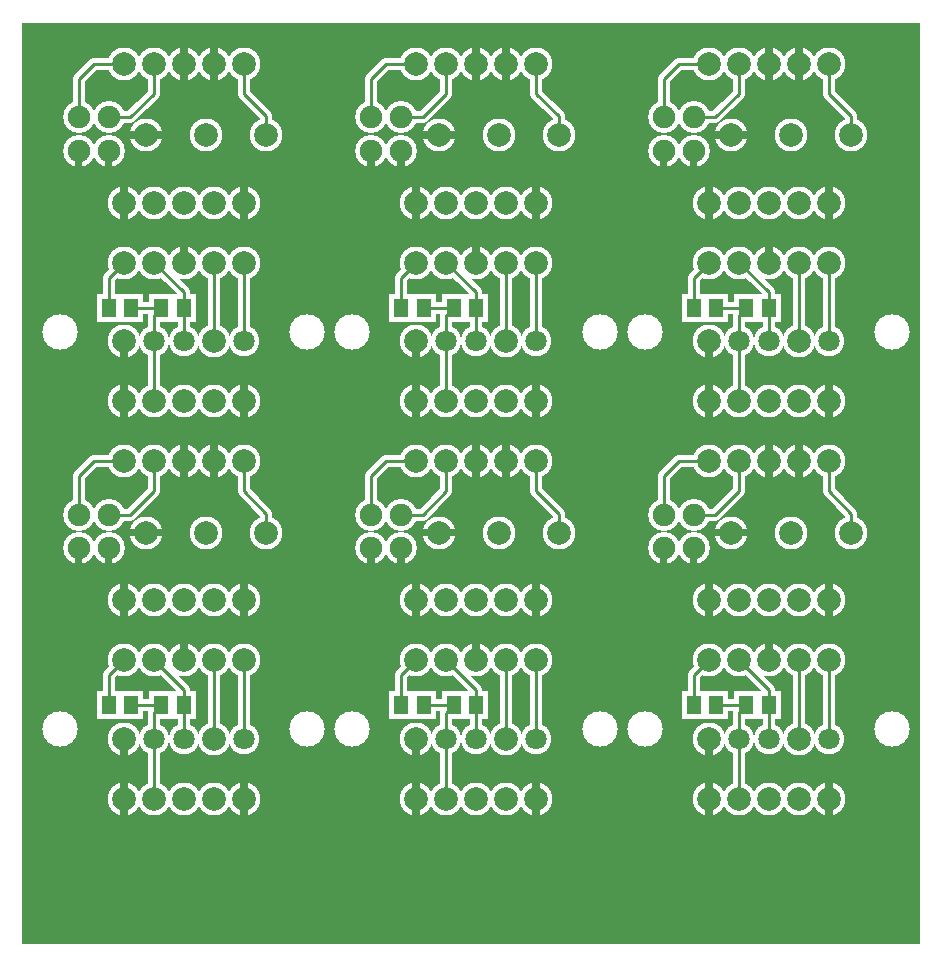
<source format=gbr>
%FSLAX34Y34*%
%MOMM*%
%LNCOPPER_BOTTOM*%
G71*
G01*
%ADD10C, 2.800*%
%ADD11C, 2.600*%
%ADD12C, 2.700*%
%ADD13C, 2.800*%
%ADD14R, 2.100X2.400*%
%ADD15C, 1.050*%
%ADD16C, 3.000*%
%ADD17C, 0.633*%
%ADD18C, 0.667*%
%ADD19C, 2.000*%
%ADD20C, 1.800*%
%ADD21C, 1.900*%
%ADD22C, 2.000*%
%ADD23R, 1.300X1.600*%
%ADD24C, 0.250*%
%LPD*%
G36*
X0Y-125D02*
X760000Y-125D01*
X760000Y-780125D01*
X0Y-780125D01*
X0Y-125D01*
G37*
%LPC*%
X85725Y-34925D02*
G54D10*
D03*
X111125Y-34925D02*
G54D10*
D03*
X136525Y-34925D02*
G54D10*
D03*
X161925Y-34925D02*
G54D10*
D03*
X187325Y-34925D02*
G54D10*
D03*
X85725Y-152400D02*
G54D10*
D03*
X111125Y-152400D02*
G54D10*
D03*
X136525Y-152400D02*
G54D10*
D03*
X161925Y-152400D02*
G54D10*
D03*
X187325Y-152400D02*
G54D10*
D03*
X85725Y-203200D02*
G54D10*
D03*
X111125Y-203200D02*
G54D10*
D03*
X136525Y-203200D02*
G54D10*
D03*
X161925Y-203200D02*
G54D10*
D03*
X187325Y-203200D02*
G54D10*
D03*
X85725Y-320675D02*
G54D10*
D03*
X111125Y-320675D02*
G54D10*
D03*
X136525Y-320675D02*
G54D10*
D03*
X161925Y-320675D02*
G54D10*
D03*
X187325Y-320675D02*
G54D10*
D03*
X85725Y-269875D02*
G54D11*
D03*
X111125Y-269875D02*
G54D11*
D03*
X136525Y-269875D02*
G54D11*
D03*
X161925Y-269875D02*
G54D11*
D03*
X187325Y-269875D02*
G54D11*
D03*
X47620Y-80030D02*
G54D12*
D03*
X73020Y-80030D02*
G54D12*
D03*
X73019Y-108605D02*
G54D12*
D03*
X47620Y-108605D02*
G54D12*
D03*
X104775Y-95250D02*
G54D13*
D03*
X155575Y-95250D02*
G54D13*
D03*
X206375Y-95250D02*
G54D13*
D03*
X73025Y-241300D02*
G54D14*
D03*
X92025Y-241300D02*
G54D14*
D03*
X117475Y-241300D02*
G54D14*
D03*
X136475Y-241300D02*
G54D14*
D03*
G54D15*
X206375Y-95250D02*
X206375Y-79375D01*
X187325Y-60325D01*
X187325Y-34925D01*
G54D15*
X47620Y-80030D02*
X47620Y-47630D01*
X60325Y-34925D01*
X85725Y-34925D01*
G54D15*
X73020Y-80030D02*
X91420Y-80030D01*
X111125Y-60325D01*
X111125Y-34925D01*
X136525Y-34925D02*
G54D10*
D03*
X85725Y-269875D02*
G54D13*
D03*
X136525Y-203200D02*
G54D13*
D03*
G54D15*
X187325Y-269875D02*
X187325Y-203200D01*
X161925Y-269875D02*
G54D13*
D03*
G54D15*
X161925Y-269875D02*
X161925Y-203200D01*
X161925Y-34925D02*
G54D10*
D03*
G54D15*
X117475Y-241300D02*
X92025Y-241300D01*
G54D15*
X111125Y-269875D02*
X111125Y-247650D01*
X117475Y-241300D01*
G54D15*
X73025Y-241300D02*
X73025Y-215900D01*
X85725Y-203200D01*
G54D15*
X136475Y-241300D02*
X136475Y-228550D01*
X111125Y-203200D01*
G54D15*
X136525Y-269875D02*
X136525Y-241350D01*
X136475Y-241300D01*
X31750Y-261938D02*
G54D16*
D03*
X241300Y-261938D02*
G54D16*
D03*
G54D15*
X111125Y-320675D02*
X111125Y-269875D01*
X85725Y-320675D02*
G54D10*
D03*
X187325Y-320675D02*
G54D10*
D03*
X187325Y-152400D02*
G54D10*
D03*
X85725Y-152400D02*
G54D10*
D03*
X333375Y-34925D02*
G54D10*
D03*
X358775Y-34925D02*
G54D10*
D03*
X384175Y-34925D02*
G54D10*
D03*
X409575Y-34925D02*
G54D10*
D03*
X434975Y-34925D02*
G54D10*
D03*
X333375Y-152400D02*
G54D10*
D03*
X358775Y-152400D02*
G54D10*
D03*
X384175Y-152400D02*
G54D10*
D03*
X409575Y-152400D02*
G54D10*
D03*
X434975Y-152400D02*
G54D10*
D03*
X333375Y-203200D02*
G54D10*
D03*
X358775Y-203200D02*
G54D10*
D03*
X384175Y-203200D02*
G54D10*
D03*
X409575Y-203200D02*
G54D10*
D03*
X434975Y-203200D02*
G54D10*
D03*
X333375Y-320675D02*
G54D10*
D03*
X358775Y-320675D02*
G54D10*
D03*
X384175Y-320675D02*
G54D10*
D03*
X409575Y-320675D02*
G54D10*
D03*
X434975Y-320675D02*
G54D10*
D03*
X333375Y-269875D02*
G54D11*
D03*
X358775Y-269875D02*
G54D11*
D03*
X384175Y-269875D02*
G54D11*
D03*
X409575Y-269875D02*
G54D11*
D03*
X434975Y-269875D02*
G54D11*
D03*
X295270Y-80030D02*
G54D12*
D03*
X320670Y-80030D02*
G54D12*
D03*
X320669Y-108605D02*
G54D12*
D03*
X295270Y-108605D02*
G54D12*
D03*
X352425Y-95250D02*
G54D13*
D03*
X403225Y-95250D02*
G54D13*
D03*
X454025Y-95250D02*
G54D13*
D03*
X320675Y-241300D02*
G54D14*
D03*
X339675Y-241300D02*
G54D14*
D03*
X365125Y-241300D02*
G54D14*
D03*
X384125Y-241300D02*
G54D14*
D03*
G54D15*
X454025Y-95250D02*
X454025Y-79375D01*
X434975Y-60325D01*
X434975Y-34925D01*
G54D15*
X295270Y-80030D02*
X295270Y-47630D01*
X307975Y-34925D01*
X333375Y-34925D01*
G54D15*
X320670Y-80030D02*
X339070Y-80030D01*
X358775Y-60325D01*
X358775Y-34925D01*
X384175Y-34925D02*
G54D10*
D03*
X333375Y-269875D02*
G54D13*
D03*
X384175Y-203200D02*
G54D13*
D03*
G54D15*
X434975Y-269875D02*
X434975Y-203200D01*
X409575Y-269875D02*
G54D13*
D03*
G54D15*
X409575Y-269875D02*
X409575Y-203200D01*
X409575Y-34925D02*
G54D10*
D03*
G54D15*
X365125Y-241300D02*
X339675Y-241300D01*
G54D15*
X358775Y-269875D02*
X358775Y-247650D01*
X365125Y-241300D01*
G54D15*
X320675Y-241300D02*
X320675Y-215900D01*
X333375Y-203200D01*
G54D15*
X384125Y-241300D02*
X384125Y-228550D01*
X358775Y-203200D01*
G54D15*
X384175Y-269875D02*
X384175Y-241350D01*
X384125Y-241300D01*
X279400Y-261938D02*
G54D16*
D03*
X488950Y-261938D02*
G54D16*
D03*
G54D15*
X358775Y-320675D02*
X358775Y-269875D01*
X333375Y-320675D02*
G54D10*
D03*
X434975Y-320675D02*
G54D10*
D03*
X434975Y-152400D02*
G54D10*
D03*
X333375Y-152400D02*
G54D10*
D03*
X581025Y-34925D02*
G54D10*
D03*
X606425Y-34925D02*
G54D10*
D03*
X631825Y-34925D02*
G54D10*
D03*
X657225Y-34925D02*
G54D10*
D03*
X682625Y-34925D02*
G54D10*
D03*
X581025Y-152400D02*
G54D10*
D03*
X606425Y-152400D02*
G54D10*
D03*
X631825Y-152400D02*
G54D10*
D03*
X657225Y-152400D02*
G54D10*
D03*
X682625Y-152400D02*
G54D10*
D03*
X581025Y-203200D02*
G54D10*
D03*
X606425Y-203200D02*
G54D10*
D03*
X631825Y-203200D02*
G54D10*
D03*
X657225Y-203200D02*
G54D10*
D03*
X682625Y-203200D02*
G54D10*
D03*
X581025Y-320675D02*
G54D10*
D03*
X606425Y-320675D02*
G54D10*
D03*
X631825Y-320675D02*
G54D10*
D03*
X657225Y-320675D02*
G54D10*
D03*
X682625Y-320675D02*
G54D10*
D03*
X581025Y-269875D02*
G54D11*
D03*
X606425Y-269875D02*
G54D11*
D03*
X631825Y-269875D02*
G54D11*
D03*
X657225Y-269875D02*
G54D11*
D03*
X682625Y-269875D02*
G54D11*
D03*
X542920Y-80030D02*
G54D12*
D03*
X568320Y-80030D02*
G54D12*
D03*
X568319Y-108605D02*
G54D12*
D03*
X542920Y-108605D02*
G54D12*
D03*
X600075Y-95250D02*
G54D13*
D03*
X650875Y-95250D02*
G54D13*
D03*
X701675Y-95250D02*
G54D13*
D03*
X568325Y-241300D02*
G54D14*
D03*
X587325Y-241300D02*
G54D14*
D03*
X612775Y-241300D02*
G54D14*
D03*
X631775Y-241300D02*
G54D14*
D03*
G54D15*
X701675Y-95250D02*
X701675Y-79375D01*
X682625Y-60325D01*
X682625Y-34925D01*
G54D15*
X542920Y-80030D02*
X542920Y-47630D01*
X555625Y-34925D01*
X581025Y-34925D01*
G54D15*
X568320Y-80030D02*
X586720Y-80030D01*
X606425Y-60325D01*
X606425Y-34925D01*
X631825Y-34925D02*
G54D10*
D03*
X581025Y-269875D02*
G54D13*
D03*
X631825Y-203200D02*
G54D13*
D03*
G54D15*
X682625Y-269875D02*
X682625Y-203200D01*
X657225Y-269875D02*
G54D13*
D03*
G54D15*
X657225Y-269875D02*
X657225Y-203200D01*
X657225Y-34925D02*
G54D10*
D03*
G54D15*
X612775Y-241300D02*
X587325Y-241300D01*
G54D15*
X606425Y-269875D02*
X606425Y-247650D01*
X612775Y-241300D01*
G54D15*
X568325Y-241300D02*
X568325Y-215900D01*
X581025Y-203200D01*
G54D15*
X631775Y-241300D02*
X631775Y-228550D01*
X606425Y-203200D01*
G54D15*
X631825Y-269875D02*
X631825Y-241350D01*
X631775Y-241300D01*
X527050Y-261938D02*
G54D16*
D03*
X736600Y-261938D02*
G54D16*
D03*
G54D15*
X606425Y-320675D02*
X606425Y-269875D01*
X581025Y-320675D02*
G54D10*
D03*
X682625Y-320675D02*
G54D10*
D03*
X682625Y-152400D02*
G54D10*
D03*
X581025Y-152400D02*
G54D10*
D03*
X85725Y-371475D02*
G54D10*
D03*
X111125Y-371475D02*
G54D10*
D03*
X136525Y-371475D02*
G54D10*
D03*
X161925Y-371475D02*
G54D10*
D03*
X187325Y-371475D02*
G54D10*
D03*
X85725Y-488950D02*
G54D10*
D03*
X111125Y-488950D02*
G54D10*
D03*
X136525Y-488950D02*
G54D10*
D03*
X161925Y-488950D02*
G54D10*
D03*
X187325Y-488950D02*
G54D10*
D03*
X85725Y-539750D02*
G54D10*
D03*
X111125Y-539750D02*
G54D10*
D03*
X136525Y-539750D02*
G54D10*
D03*
X161925Y-539750D02*
G54D10*
D03*
X187325Y-539750D02*
G54D10*
D03*
X85725Y-657225D02*
G54D10*
D03*
X111125Y-657225D02*
G54D10*
D03*
X136525Y-657225D02*
G54D10*
D03*
X161925Y-657225D02*
G54D10*
D03*
X187325Y-657225D02*
G54D10*
D03*
X85725Y-606425D02*
G54D11*
D03*
X111125Y-606425D02*
G54D11*
D03*
X136525Y-606425D02*
G54D11*
D03*
X161925Y-606425D02*
G54D11*
D03*
X187325Y-606425D02*
G54D11*
D03*
X47620Y-416580D02*
G54D12*
D03*
X73020Y-416580D02*
G54D12*
D03*
X73019Y-445155D02*
G54D12*
D03*
X47620Y-445155D02*
G54D12*
D03*
X104775Y-431800D02*
G54D13*
D03*
X155575Y-431800D02*
G54D13*
D03*
X206375Y-431800D02*
G54D13*
D03*
X73025Y-577850D02*
G54D14*
D03*
X92025Y-577850D02*
G54D14*
D03*
X117475Y-577850D02*
G54D14*
D03*
X136475Y-577850D02*
G54D14*
D03*
G54D15*
X206375Y-431800D02*
X206375Y-415925D01*
X187325Y-396875D01*
X187325Y-371475D01*
G54D15*
X47620Y-416580D02*
X47620Y-384180D01*
X60325Y-371475D01*
X85725Y-371475D01*
G54D15*
X73020Y-416580D02*
X91420Y-416580D01*
X111125Y-396875D01*
X111125Y-371475D01*
X136525Y-371475D02*
G54D10*
D03*
X85725Y-606425D02*
G54D13*
D03*
X136525Y-539750D02*
G54D13*
D03*
G54D15*
X187325Y-606425D02*
X187325Y-539750D01*
X161925Y-606425D02*
G54D13*
D03*
G54D15*
X161925Y-606425D02*
X161925Y-539750D01*
X161925Y-371475D02*
G54D10*
D03*
G54D15*
X117475Y-577850D02*
X92025Y-577850D01*
G54D15*
X111125Y-606425D02*
X111125Y-584200D01*
X117475Y-577850D01*
G54D15*
X73025Y-577850D02*
X73025Y-552450D01*
X85725Y-539750D01*
G54D15*
X136475Y-577850D02*
X136475Y-565100D01*
X111125Y-539750D01*
G54D15*
X136525Y-606425D02*
X136525Y-577900D01*
X136475Y-577850D01*
X31750Y-598488D02*
G54D16*
D03*
X241300Y-598488D02*
G54D16*
D03*
G54D15*
X111125Y-657225D02*
X111125Y-606425D01*
X85725Y-657225D02*
G54D10*
D03*
X187325Y-657225D02*
G54D10*
D03*
X187325Y-488950D02*
G54D10*
D03*
X85725Y-488950D02*
G54D10*
D03*
X333375Y-371475D02*
G54D10*
D03*
X358775Y-371475D02*
G54D10*
D03*
X384175Y-371475D02*
G54D10*
D03*
X409575Y-371475D02*
G54D10*
D03*
X434975Y-371475D02*
G54D10*
D03*
X333375Y-488950D02*
G54D10*
D03*
X358775Y-488950D02*
G54D10*
D03*
X384175Y-488950D02*
G54D10*
D03*
X409575Y-488950D02*
G54D10*
D03*
X434975Y-488950D02*
G54D10*
D03*
X333375Y-539750D02*
G54D10*
D03*
X358775Y-539750D02*
G54D10*
D03*
X384175Y-539750D02*
G54D10*
D03*
X409575Y-539750D02*
G54D10*
D03*
X434975Y-539750D02*
G54D10*
D03*
X333375Y-657225D02*
G54D10*
D03*
X358775Y-657225D02*
G54D10*
D03*
X384175Y-657225D02*
G54D10*
D03*
X409575Y-657225D02*
G54D10*
D03*
X434975Y-657225D02*
G54D10*
D03*
X333375Y-606425D02*
G54D11*
D03*
X358775Y-606425D02*
G54D11*
D03*
X384175Y-606425D02*
G54D11*
D03*
X409575Y-606425D02*
G54D11*
D03*
X434975Y-606425D02*
G54D11*
D03*
X295270Y-416580D02*
G54D12*
D03*
X320670Y-416580D02*
G54D12*
D03*
X320669Y-445155D02*
G54D12*
D03*
X295270Y-445155D02*
G54D12*
D03*
X352425Y-431800D02*
G54D13*
D03*
X403225Y-431800D02*
G54D13*
D03*
X454025Y-431800D02*
G54D13*
D03*
X320675Y-577850D02*
G54D14*
D03*
X339675Y-577850D02*
G54D14*
D03*
X365125Y-577850D02*
G54D14*
D03*
X384125Y-577850D02*
G54D14*
D03*
G54D15*
X454025Y-431800D02*
X454025Y-415925D01*
X434975Y-396875D01*
X434975Y-371475D01*
G54D15*
X295270Y-416580D02*
X295270Y-384180D01*
X307975Y-371475D01*
X333375Y-371475D01*
G54D15*
X320670Y-416580D02*
X339070Y-416580D01*
X358775Y-396875D01*
X358775Y-371475D01*
X384175Y-371475D02*
G54D10*
D03*
X333375Y-606425D02*
G54D13*
D03*
X384175Y-539750D02*
G54D13*
D03*
G54D15*
X434975Y-606425D02*
X434975Y-539750D01*
X409575Y-606425D02*
G54D13*
D03*
G54D15*
X409575Y-606425D02*
X409575Y-539750D01*
X409575Y-371475D02*
G54D10*
D03*
G54D15*
X365125Y-577850D02*
X339675Y-577850D01*
G54D15*
X358775Y-606425D02*
X358775Y-584200D01*
X365125Y-577850D01*
G54D15*
X320675Y-577850D02*
X320675Y-552450D01*
X333375Y-539750D01*
G54D15*
X384125Y-577850D02*
X384125Y-565100D01*
X358775Y-539750D01*
G54D15*
X384175Y-606425D02*
X384175Y-577900D01*
X384125Y-577850D01*
X279400Y-598488D02*
G54D16*
D03*
X488950Y-598488D02*
G54D16*
D03*
G54D15*
X358775Y-657225D02*
X358775Y-606425D01*
X333375Y-657225D02*
G54D10*
D03*
X434975Y-657225D02*
G54D10*
D03*
X434975Y-488950D02*
G54D10*
D03*
X333375Y-488950D02*
G54D10*
D03*
X581025Y-371475D02*
G54D10*
D03*
X606425Y-371475D02*
G54D10*
D03*
X631825Y-371475D02*
G54D10*
D03*
X657225Y-371475D02*
G54D10*
D03*
X682625Y-371475D02*
G54D10*
D03*
X581025Y-488950D02*
G54D10*
D03*
X606425Y-488950D02*
G54D10*
D03*
X631825Y-488950D02*
G54D10*
D03*
X657225Y-488950D02*
G54D10*
D03*
X682625Y-488950D02*
G54D10*
D03*
X581025Y-539750D02*
G54D10*
D03*
X606425Y-539750D02*
G54D10*
D03*
X631825Y-539750D02*
G54D10*
D03*
X657225Y-539750D02*
G54D10*
D03*
X682625Y-539750D02*
G54D10*
D03*
X581025Y-657225D02*
G54D10*
D03*
X606425Y-657225D02*
G54D10*
D03*
X631825Y-657225D02*
G54D10*
D03*
X657225Y-657225D02*
G54D10*
D03*
X682625Y-657225D02*
G54D10*
D03*
X581025Y-606425D02*
G54D11*
D03*
X606425Y-606425D02*
G54D11*
D03*
X631825Y-606425D02*
G54D11*
D03*
X657225Y-606425D02*
G54D11*
D03*
X682625Y-606425D02*
G54D11*
D03*
X542920Y-416580D02*
G54D12*
D03*
X568320Y-416580D02*
G54D12*
D03*
X568319Y-445155D02*
G54D12*
D03*
X542920Y-445155D02*
G54D12*
D03*
X600075Y-431800D02*
G54D13*
D03*
X650875Y-431800D02*
G54D13*
D03*
X701675Y-431800D02*
G54D13*
D03*
X568325Y-577850D02*
G54D14*
D03*
X587325Y-577850D02*
G54D14*
D03*
X612775Y-577850D02*
G54D14*
D03*
X631775Y-577850D02*
G54D14*
D03*
G54D15*
X701675Y-431800D02*
X701675Y-415925D01*
X682625Y-396875D01*
X682625Y-371475D01*
G54D15*
X542920Y-416580D02*
X542920Y-384180D01*
X555625Y-371475D01*
X581025Y-371475D01*
G54D15*
X568320Y-416580D02*
X586720Y-416580D01*
X606425Y-396875D01*
X606425Y-371475D01*
X631825Y-371475D02*
G54D10*
D03*
X581025Y-606425D02*
G54D13*
D03*
X631825Y-539750D02*
G54D13*
D03*
G54D15*
X682625Y-606425D02*
X682625Y-539750D01*
X657225Y-606425D02*
G54D13*
D03*
G54D15*
X657225Y-606425D02*
X657225Y-539750D01*
X657225Y-371475D02*
G54D10*
D03*
G54D15*
X612775Y-577850D02*
X587325Y-577850D01*
G54D15*
X606425Y-606425D02*
X606425Y-584200D01*
X612775Y-577850D01*
G54D15*
X568325Y-577850D02*
X568325Y-552450D01*
X581025Y-539750D01*
G54D15*
X631775Y-577850D02*
X631775Y-565100D01*
X606425Y-539750D01*
G54D15*
X631825Y-606425D02*
X631825Y-577900D01*
X631775Y-577850D01*
X527050Y-598488D02*
G54D16*
D03*
X736600Y-598488D02*
G54D16*
D03*
G54D15*
X606425Y-657225D02*
X606425Y-606425D01*
X581025Y-657225D02*
G54D10*
D03*
X682625Y-657225D02*
G54D10*
D03*
X682625Y-488950D02*
G54D10*
D03*
X581025Y-488950D02*
G54D10*
D03*
%LPD*%
G54D17*
G36*
X76186Y-108605D02*
X76186Y-122605D01*
X69852Y-122605D01*
X69852Y-108605D01*
X76186Y-108605D01*
G37*
G54D17*
G36*
X50787Y-108605D02*
X50787Y-122605D01*
X44453Y-122605D01*
X44453Y-108605D01*
X50787Y-108605D01*
G37*
G54D18*
G36*
X104775Y-91917D02*
X119275Y-91917D01*
X119275Y-98583D01*
X104775Y-98583D01*
X104775Y-91917D01*
G37*
G36*
X104775Y-98583D02*
X90275Y-98583D01*
X90275Y-91917D01*
X104775Y-91917D01*
X104775Y-98583D01*
G37*
G54D18*
G36*
X133192Y-34925D02*
X133192Y-20425D01*
X139858Y-20425D01*
X139858Y-34925D01*
X133192Y-34925D01*
G37*
G36*
X139858Y-34925D02*
X139858Y-49425D01*
X133192Y-49425D01*
X133192Y-34925D01*
X139858Y-34925D01*
G37*
G54D18*
G36*
X89058Y-269875D02*
X89058Y-284375D01*
X82392Y-284375D01*
X82392Y-269875D01*
X89058Y-269875D01*
G37*
G54D18*
G36*
X133192Y-203200D02*
X133192Y-188700D01*
X139858Y-188700D01*
X139858Y-203200D01*
X133192Y-203200D01*
G37*
G54D18*
G36*
X158592Y-34925D02*
X158592Y-20425D01*
X165258Y-20425D01*
X165258Y-34925D01*
X158592Y-34925D01*
G37*
G36*
X165258Y-34925D02*
X165258Y-49425D01*
X158592Y-49425D01*
X158592Y-34925D01*
X165258Y-34925D01*
G37*
G54D18*
G36*
X82392Y-320675D02*
X82392Y-306175D01*
X89058Y-306175D01*
X89058Y-320675D01*
X82392Y-320675D01*
G37*
G36*
X89058Y-320675D02*
X89058Y-335175D01*
X82392Y-335175D01*
X82392Y-320675D01*
X89058Y-320675D01*
G37*
G54D18*
G36*
X183992Y-320675D02*
X183992Y-306175D01*
X190658Y-306175D01*
X190658Y-320675D01*
X183992Y-320675D01*
G37*
G36*
X190658Y-320675D02*
X190658Y-335175D01*
X183992Y-335175D01*
X183992Y-320675D01*
X190658Y-320675D01*
G37*
G54D18*
G36*
X183992Y-152400D02*
X183992Y-137900D01*
X190658Y-137900D01*
X190658Y-152400D01*
X183992Y-152400D01*
G37*
G36*
X190658Y-152400D02*
X190658Y-166900D01*
X183992Y-166900D01*
X183992Y-152400D01*
X190658Y-152400D01*
G37*
G54D18*
G36*
X82392Y-152400D02*
X82392Y-137900D01*
X89058Y-137900D01*
X89058Y-152400D01*
X82392Y-152400D01*
G37*
G36*
X89058Y-152400D02*
X89058Y-166900D01*
X82392Y-166900D01*
X82392Y-152400D01*
X89058Y-152400D01*
G37*
G54D17*
G36*
X323836Y-108605D02*
X323836Y-122605D01*
X317502Y-122605D01*
X317502Y-108605D01*
X323836Y-108605D01*
G37*
G54D17*
G36*
X298437Y-108605D02*
X298437Y-122605D01*
X292103Y-122605D01*
X292103Y-108605D01*
X298437Y-108605D01*
G37*
G54D18*
G36*
X352425Y-91917D02*
X366925Y-91917D01*
X366925Y-98583D01*
X352425Y-98583D01*
X352425Y-91917D01*
G37*
G36*
X352425Y-98583D02*
X337925Y-98583D01*
X337925Y-91917D01*
X352425Y-91917D01*
X352425Y-98583D01*
G37*
G54D18*
G36*
X380842Y-34925D02*
X380842Y-20425D01*
X387508Y-20425D01*
X387508Y-34925D01*
X380842Y-34925D01*
G37*
G36*
X387508Y-34925D02*
X387508Y-49425D01*
X380842Y-49425D01*
X380842Y-34925D01*
X387508Y-34925D01*
G37*
G54D18*
G36*
X336708Y-269875D02*
X336708Y-284375D01*
X330042Y-284375D01*
X330042Y-269875D01*
X336708Y-269875D01*
G37*
G54D18*
G36*
X380842Y-203200D02*
X380842Y-188700D01*
X387508Y-188700D01*
X387508Y-203200D01*
X380842Y-203200D01*
G37*
G54D18*
G36*
X406242Y-34925D02*
X406242Y-20425D01*
X412908Y-20425D01*
X412908Y-34925D01*
X406242Y-34925D01*
G37*
G36*
X412908Y-34925D02*
X412908Y-49425D01*
X406242Y-49425D01*
X406242Y-34925D01*
X412908Y-34925D01*
G37*
G54D18*
G36*
X330042Y-320675D02*
X330042Y-306175D01*
X336708Y-306175D01*
X336708Y-320675D01*
X330042Y-320675D01*
G37*
G36*
X336708Y-320675D02*
X336708Y-335175D01*
X330042Y-335175D01*
X330042Y-320675D01*
X336708Y-320675D01*
G37*
G54D18*
G36*
X431642Y-320675D02*
X431642Y-306175D01*
X438308Y-306175D01*
X438308Y-320675D01*
X431642Y-320675D01*
G37*
G36*
X438308Y-320675D02*
X438308Y-335175D01*
X431642Y-335175D01*
X431642Y-320675D01*
X438308Y-320675D01*
G37*
G54D18*
G36*
X431642Y-152400D02*
X431642Y-137900D01*
X438308Y-137900D01*
X438308Y-152400D01*
X431642Y-152400D01*
G37*
G36*
X438308Y-152400D02*
X438308Y-166900D01*
X431642Y-166900D01*
X431642Y-152400D01*
X438308Y-152400D01*
G37*
G54D18*
G36*
X330042Y-152400D02*
X330042Y-137900D01*
X336708Y-137900D01*
X336708Y-152400D01*
X330042Y-152400D01*
G37*
G36*
X336708Y-152400D02*
X336708Y-166900D01*
X330042Y-166900D01*
X330042Y-152400D01*
X336708Y-152400D01*
G37*
G54D17*
G36*
X571486Y-108605D02*
X571486Y-122605D01*
X565152Y-122605D01*
X565152Y-108605D01*
X571486Y-108605D01*
G37*
G54D17*
G36*
X546087Y-108605D02*
X546087Y-122605D01*
X539753Y-122605D01*
X539753Y-108605D01*
X546087Y-108605D01*
G37*
G54D18*
G36*
X600075Y-91917D02*
X614575Y-91917D01*
X614575Y-98583D01*
X600075Y-98583D01*
X600075Y-91917D01*
G37*
G36*
X600075Y-98583D02*
X585575Y-98583D01*
X585575Y-91917D01*
X600075Y-91917D01*
X600075Y-98583D01*
G37*
G54D18*
G36*
X628492Y-34925D02*
X628492Y-20425D01*
X635158Y-20425D01*
X635158Y-34925D01*
X628492Y-34925D01*
G37*
G36*
X635158Y-34925D02*
X635158Y-49425D01*
X628492Y-49425D01*
X628492Y-34925D01*
X635158Y-34925D01*
G37*
G54D18*
G36*
X584358Y-269875D02*
X584358Y-284375D01*
X577692Y-284375D01*
X577692Y-269875D01*
X584358Y-269875D01*
G37*
G54D18*
G36*
X628492Y-203200D02*
X628492Y-188700D01*
X635158Y-188700D01*
X635158Y-203200D01*
X628492Y-203200D01*
G37*
G54D18*
G36*
X653892Y-34925D02*
X653892Y-20425D01*
X660558Y-20425D01*
X660558Y-34925D01*
X653892Y-34925D01*
G37*
G36*
X660558Y-34925D02*
X660558Y-49425D01*
X653892Y-49425D01*
X653892Y-34925D01*
X660558Y-34925D01*
G37*
G54D18*
G36*
X577692Y-320675D02*
X577692Y-306175D01*
X584358Y-306175D01*
X584358Y-320675D01*
X577692Y-320675D01*
G37*
G36*
X584358Y-320675D02*
X584358Y-335175D01*
X577692Y-335175D01*
X577692Y-320675D01*
X584358Y-320675D01*
G37*
G54D18*
G36*
X679292Y-320675D02*
X679292Y-306175D01*
X685958Y-306175D01*
X685958Y-320675D01*
X679292Y-320675D01*
G37*
G36*
X685958Y-320675D02*
X685958Y-335175D01*
X679292Y-335175D01*
X679292Y-320675D01*
X685958Y-320675D01*
G37*
G54D18*
G36*
X679292Y-152400D02*
X679292Y-137900D01*
X685958Y-137900D01*
X685958Y-152400D01*
X679292Y-152400D01*
G37*
G36*
X685958Y-152400D02*
X685958Y-166900D01*
X679292Y-166900D01*
X679292Y-152400D01*
X685958Y-152400D01*
G37*
G54D18*
G36*
X577692Y-152400D02*
X577692Y-137900D01*
X584358Y-137900D01*
X584358Y-152400D01*
X577692Y-152400D01*
G37*
G36*
X584358Y-152400D02*
X584358Y-166900D01*
X577692Y-166900D01*
X577692Y-152400D01*
X584358Y-152400D01*
G37*
G54D17*
G36*
X76186Y-445155D02*
X76186Y-459155D01*
X69852Y-459155D01*
X69852Y-445155D01*
X76186Y-445155D01*
G37*
G54D17*
G36*
X50787Y-445155D02*
X50787Y-459155D01*
X44453Y-459155D01*
X44453Y-445155D01*
X50787Y-445155D01*
G37*
G54D18*
G36*
X104775Y-428467D02*
X119275Y-428467D01*
X119275Y-435133D01*
X104775Y-435133D01*
X104775Y-428467D01*
G37*
G36*
X104775Y-435133D02*
X90275Y-435133D01*
X90275Y-428467D01*
X104775Y-428467D01*
X104775Y-435133D01*
G37*
G54D18*
G36*
X133192Y-371475D02*
X133192Y-356975D01*
X139858Y-356975D01*
X139858Y-371475D01*
X133192Y-371475D01*
G37*
G36*
X139858Y-371475D02*
X139858Y-385975D01*
X133192Y-385975D01*
X133192Y-371475D01*
X139858Y-371475D01*
G37*
G54D18*
G36*
X89058Y-606425D02*
X89058Y-620925D01*
X82392Y-620925D01*
X82392Y-606425D01*
X89058Y-606425D01*
G37*
G54D18*
G36*
X133192Y-539750D02*
X133192Y-525250D01*
X139858Y-525250D01*
X139858Y-539750D01*
X133192Y-539750D01*
G37*
G54D18*
G36*
X158592Y-371475D02*
X158592Y-356975D01*
X165258Y-356975D01*
X165258Y-371475D01*
X158592Y-371475D01*
G37*
G36*
X165258Y-371475D02*
X165258Y-385975D01*
X158592Y-385975D01*
X158592Y-371475D01*
X165258Y-371475D01*
G37*
G54D18*
G36*
X82392Y-657225D02*
X82392Y-642725D01*
X89058Y-642725D01*
X89058Y-657225D01*
X82392Y-657225D01*
G37*
G36*
X89058Y-657225D02*
X89058Y-671725D01*
X82392Y-671725D01*
X82392Y-657225D01*
X89058Y-657225D01*
G37*
G54D18*
G36*
X183992Y-657225D02*
X183992Y-642725D01*
X190658Y-642725D01*
X190658Y-657225D01*
X183992Y-657225D01*
G37*
G36*
X190658Y-657225D02*
X190658Y-671725D01*
X183992Y-671725D01*
X183992Y-657225D01*
X190658Y-657225D01*
G37*
G54D18*
G36*
X183992Y-488950D02*
X183992Y-474450D01*
X190658Y-474450D01*
X190658Y-488950D01*
X183992Y-488950D01*
G37*
G36*
X190658Y-488950D02*
X190658Y-503450D01*
X183992Y-503450D01*
X183992Y-488950D01*
X190658Y-488950D01*
G37*
G54D18*
G36*
X82392Y-488950D02*
X82392Y-474450D01*
X89058Y-474450D01*
X89058Y-488950D01*
X82392Y-488950D01*
G37*
G36*
X89058Y-488950D02*
X89058Y-503450D01*
X82392Y-503450D01*
X82392Y-488950D01*
X89058Y-488950D01*
G37*
G54D17*
G36*
X323836Y-445155D02*
X323836Y-459155D01*
X317502Y-459155D01*
X317502Y-445155D01*
X323836Y-445155D01*
G37*
G54D17*
G36*
X298437Y-445155D02*
X298437Y-459155D01*
X292103Y-459155D01*
X292103Y-445155D01*
X298437Y-445155D01*
G37*
G54D18*
G36*
X352425Y-428467D02*
X366925Y-428467D01*
X366925Y-435133D01*
X352425Y-435133D01*
X352425Y-428467D01*
G37*
G36*
X352425Y-435133D02*
X337925Y-435133D01*
X337925Y-428467D01*
X352425Y-428467D01*
X352425Y-435133D01*
G37*
G54D18*
G36*
X380842Y-371475D02*
X380842Y-356975D01*
X387508Y-356975D01*
X387508Y-371475D01*
X380842Y-371475D01*
G37*
G36*
X387508Y-371475D02*
X387508Y-385975D01*
X380842Y-385975D01*
X380842Y-371475D01*
X387508Y-371475D01*
G37*
G54D18*
G36*
X336708Y-606425D02*
X336708Y-620925D01*
X330042Y-620925D01*
X330042Y-606425D01*
X336708Y-606425D01*
G37*
G54D18*
G36*
X380842Y-539750D02*
X380842Y-525250D01*
X387508Y-525250D01*
X387508Y-539750D01*
X380842Y-539750D01*
G37*
G54D18*
G36*
X406242Y-371475D02*
X406242Y-356975D01*
X412908Y-356975D01*
X412908Y-371475D01*
X406242Y-371475D01*
G37*
G36*
X412908Y-371475D02*
X412908Y-385975D01*
X406242Y-385975D01*
X406242Y-371475D01*
X412908Y-371475D01*
G37*
G54D18*
G36*
X330042Y-657225D02*
X330042Y-642725D01*
X336708Y-642725D01*
X336708Y-657225D01*
X330042Y-657225D01*
G37*
G36*
X336708Y-657225D02*
X336708Y-671725D01*
X330042Y-671725D01*
X330042Y-657225D01*
X336708Y-657225D01*
G37*
G54D18*
G36*
X431642Y-657225D02*
X431642Y-642725D01*
X438308Y-642725D01*
X438308Y-657225D01*
X431642Y-657225D01*
G37*
G36*
X438308Y-657225D02*
X438308Y-671725D01*
X431642Y-671725D01*
X431642Y-657225D01*
X438308Y-657225D01*
G37*
G54D18*
G36*
X431642Y-488950D02*
X431642Y-474450D01*
X438308Y-474450D01*
X438308Y-488950D01*
X431642Y-488950D01*
G37*
G36*
X438308Y-488950D02*
X438308Y-503450D01*
X431642Y-503450D01*
X431642Y-488950D01*
X438308Y-488950D01*
G37*
G54D18*
G36*
X330042Y-488950D02*
X330042Y-474450D01*
X336708Y-474450D01*
X336708Y-488950D01*
X330042Y-488950D01*
G37*
G36*
X336708Y-488950D02*
X336708Y-503450D01*
X330042Y-503450D01*
X330042Y-488950D01*
X336708Y-488950D01*
G37*
G54D17*
G36*
X571486Y-445155D02*
X571486Y-459155D01*
X565152Y-459155D01*
X565152Y-445155D01*
X571486Y-445155D01*
G37*
G54D17*
G36*
X546087Y-445155D02*
X546087Y-459155D01*
X539753Y-459155D01*
X539753Y-445155D01*
X546087Y-445155D01*
G37*
G54D18*
G36*
X600075Y-428467D02*
X614575Y-428467D01*
X614575Y-435133D01*
X600075Y-435133D01*
X600075Y-428467D01*
G37*
G36*
X600075Y-435133D02*
X585575Y-435133D01*
X585575Y-428467D01*
X600075Y-428467D01*
X600075Y-435133D01*
G37*
G54D18*
G36*
X628492Y-371475D02*
X628492Y-356975D01*
X635158Y-356975D01*
X635158Y-371475D01*
X628492Y-371475D01*
G37*
G36*
X635158Y-371475D02*
X635158Y-385975D01*
X628492Y-385975D01*
X628492Y-371475D01*
X635158Y-371475D01*
G37*
G54D18*
G36*
X584358Y-606425D02*
X584358Y-620925D01*
X577692Y-620925D01*
X577692Y-606425D01*
X584358Y-606425D01*
G37*
G54D18*
G36*
X628492Y-539750D02*
X628492Y-525250D01*
X635158Y-525250D01*
X635158Y-539750D01*
X628492Y-539750D01*
G37*
G54D18*
G36*
X653892Y-371475D02*
X653892Y-356975D01*
X660558Y-356975D01*
X660558Y-371475D01*
X653892Y-371475D01*
G37*
G36*
X660558Y-371475D02*
X660558Y-385975D01*
X653892Y-385975D01*
X653892Y-371475D01*
X660558Y-371475D01*
G37*
G54D18*
G36*
X577692Y-657225D02*
X577692Y-642725D01*
X584358Y-642725D01*
X584358Y-657225D01*
X577692Y-657225D01*
G37*
G36*
X584358Y-657225D02*
X584358Y-671725D01*
X577692Y-671725D01*
X577692Y-657225D01*
X584358Y-657225D01*
G37*
G54D18*
G36*
X679292Y-657225D02*
X679292Y-642725D01*
X685958Y-642725D01*
X685958Y-657225D01*
X679292Y-657225D01*
G37*
G36*
X685958Y-657225D02*
X685958Y-671725D01*
X679292Y-671725D01*
X679292Y-657225D01*
X685958Y-657225D01*
G37*
G54D18*
G36*
X679292Y-488950D02*
X679292Y-474450D01*
X685958Y-474450D01*
X685958Y-488950D01*
X679292Y-488950D01*
G37*
G36*
X685958Y-488950D02*
X685958Y-503450D01*
X679292Y-503450D01*
X679292Y-488950D01*
X685958Y-488950D01*
G37*
G54D18*
G36*
X577692Y-488950D02*
X577692Y-474450D01*
X584358Y-474450D01*
X584358Y-488950D01*
X577692Y-488950D01*
G37*
G36*
X584358Y-488950D02*
X584358Y-503450D01*
X577692Y-503450D01*
X577692Y-488950D01*
X584358Y-488950D01*
G37*
X85725Y-34925D02*
G54D19*
D03*
X111125Y-34925D02*
G54D19*
D03*
X136525Y-34925D02*
G54D19*
D03*
X161925Y-34925D02*
G54D19*
D03*
X187325Y-34925D02*
G54D19*
D03*
X85725Y-152400D02*
G54D19*
D03*
X111125Y-152400D02*
G54D19*
D03*
X136525Y-152400D02*
G54D19*
D03*
X161925Y-152400D02*
G54D19*
D03*
X187325Y-152400D02*
G54D19*
D03*
X85725Y-203200D02*
G54D19*
D03*
X111125Y-203200D02*
G54D19*
D03*
X136525Y-203200D02*
G54D19*
D03*
X161925Y-203200D02*
G54D19*
D03*
X187325Y-203200D02*
G54D19*
D03*
X85725Y-320675D02*
G54D19*
D03*
X111125Y-320675D02*
G54D19*
D03*
X136525Y-320675D02*
G54D19*
D03*
X161925Y-320675D02*
G54D19*
D03*
X187325Y-320675D02*
G54D19*
D03*
X85725Y-269875D02*
G54D20*
D03*
X111125Y-269875D02*
G54D20*
D03*
X136525Y-269875D02*
G54D20*
D03*
X161925Y-269875D02*
G54D20*
D03*
X187325Y-269875D02*
G54D20*
D03*
X47620Y-80030D02*
G54D21*
D03*
X73020Y-80030D02*
G54D21*
D03*
X73019Y-108605D02*
G54D21*
D03*
X47620Y-108605D02*
G54D21*
D03*
X104775Y-95250D02*
G54D22*
D03*
X155575Y-95250D02*
G54D22*
D03*
X206375Y-95250D02*
G54D22*
D03*
X73025Y-241300D02*
G54D23*
D03*
X92025Y-241300D02*
G54D23*
D03*
X117475Y-241300D02*
G54D23*
D03*
X136475Y-241300D02*
G54D23*
D03*
G54D24*
X206375Y-95250D02*
X206375Y-79375D01*
X187325Y-60325D01*
X187325Y-34925D01*
G54D24*
X47620Y-80030D02*
X47620Y-47630D01*
X60325Y-34925D01*
X85725Y-34925D01*
G54D24*
X73020Y-80030D02*
X91420Y-80030D01*
X111125Y-60325D01*
X111125Y-34925D01*
X136525Y-34925D02*
G54D19*
D03*
X85725Y-269875D02*
G54D22*
D03*
X136525Y-203200D02*
G54D22*
D03*
G54D24*
X187325Y-269875D02*
X187325Y-203200D01*
X161925Y-269875D02*
G54D22*
D03*
G54D24*
X161925Y-269875D02*
X161925Y-203200D01*
X161925Y-34925D02*
G54D19*
D03*
G54D24*
X117475Y-241300D02*
X92025Y-241300D01*
G54D24*
X111125Y-269875D02*
X111125Y-247650D01*
X117475Y-241300D01*
G54D24*
X73025Y-241300D02*
X73025Y-215900D01*
X85725Y-203200D01*
G54D24*
X136475Y-241300D02*
X136475Y-228550D01*
X111125Y-203200D01*
G54D24*
X136525Y-269875D02*
X136525Y-241350D01*
X136475Y-241300D01*
G54D24*
X111125Y-320675D02*
X111125Y-269875D01*
X85725Y-320675D02*
G54D19*
D03*
X187325Y-320675D02*
G54D19*
D03*
X187325Y-152400D02*
G54D19*
D03*
X85725Y-152400D02*
G54D19*
D03*
X333375Y-34925D02*
G54D19*
D03*
X358775Y-34925D02*
G54D19*
D03*
X384175Y-34925D02*
G54D19*
D03*
X409575Y-34925D02*
G54D19*
D03*
X434975Y-34925D02*
G54D19*
D03*
X333375Y-152400D02*
G54D19*
D03*
X358775Y-152400D02*
G54D19*
D03*
X384175Y-152400D02*
G54D19*
D03*
X409575Y-152400D02*
G54D19*
D03*
X434975Y-152400D02*
G54D19*
D03*
X333375Y-203200D02*
G54D19*
D03*
X358775Y-203200D02*
G54D19*
D03*
X384175Y-203200D02*
G54D19*
D03*
X409575Y-203200D02*
G54D19*
D03*
X434975Y-203200D02*
G54D19*
D03*
X333375Y-320675D02*
G54D19*
D03*
X358775Y-320675D02*
G54D19*
D03*
X384175Y-320675D02*
G54D19*
D03*
X409575Y-320675D02*
G54D19*
D03*
X434975Y-320675D02*
G54D19*
D03*
X333375Y-269875D02*
G54D20*
D03*
X358775Y-269875D02*
G54D20*
D03*
X384175Y-269875D02*
G54D20*
D03*
X409575Y-269875D02*
G54D20*
D03*
X434975Y-269875D02*
G54D20*
D03*
X295270Y-80030D02*
G54D21*
D03*
X320670Y-80030D02*
G54D21*
D03*
X320669Y-108605D02*
G54D21*
D03*
X295270Y-108605D02*
G54D21*
D03*
X352425Y-95250D02*
G54D22*
D03*
X403225Y-95250D02*
G54D22*
D03*
X454025Y-95250D02*
G54D22*
D03*
X320675Y-241300D02*
G54D23*
D03*
X339675Y-241300D02*
G54D23*
D03*
X365125Y-241300D02*
G54D23*
D03*
X384125Y-241300D02*
G54D23*
D03*
G54D24*
X454025Y-95250D02*
X454025Y-79375D01*
X434975Y-60325D01*
X434975Y-34925D01*
G54D24*
X295270Y-80030D02*
X295270Y-47630D01*
X307975Y-34925D01*
X333375Y-34925D01*
G54D24*
X320670Y-80030D02*
X339070Y-80030D01*
X358775Y-60325D01*
X358775Y-34925D01*
X384175Y-34925D02*
G54D19*
D03*
X333375Y-269875D02*
G54D22*
D03*
X384175Y-203200D02*
G54D22*
D03*
G54D24*
X434975Y-269875D02*
X434975Y-203200D01*
X409575Y-269875D02*
G54D22*
D03*
G54D24*
X409575Y-269875D02*
X409575Y-203200D01*
X409575Y-34925D02*
G54D19*
D03*
G54D24*
X365125Y-241300D02*
X339675Y-241300D01*
G54D24*
X358775Y-269875D02*
X358775Y-247650D01*
X365125Y-241300D01*
G54D24*
X320675Y-241300D02*
X320675Y-215900D01*
X333375Y-203200D01*
G54D24*
X384125Y-241300D02*
X384125Y-228550D01*
X358775Y-203200D01*
G54D24*
X384175Y-269875D02*
X384175Y-241350D01*
X384125Y-241300D01*
G54D24*
X358775Y-320675D02*
X358775Y-269875D01*
X333375Y-320675D02*
G54D19*
D03*
X434975Y-320675D02*
G54D19*
D03*
X434975Y-152400D02*
G54D19*
D03*
X333375Y-152400D02*
G54D19*
D03*
X581025Y-34925D02*
G54D19*
D03*
X606425Y-34925D02*
G54D19*
D03*
X631825Y-34925D02*
G54D19*
D03*
X657225Y-34925D02*
G54D19*
D03*
X682625Y-34925D02*
G54D19*
D03*
X581025Y-152400D02*
G54D19*
D03*
X606425Y-152400D02*
G54D19*
D03*
X631825Y-152400D02*
G54D19*
D03*
X657225Y-152400D02*
G54D19*
D03*
X682625Y-152400D02*
G54D19*
D03*
X581025Y-203200D02*
G54D19*
D03*
X606425Y-203200D02*
G54D19*
D03*
X631825Y-203200D02*
G54D19*
D03*
X657225Y-203200D02*
G54D19*
D03*
X682625Y-203200D02*
G54D19*
D03*
X581025Y-320675D02*
G54D19*
D03*
X606425Y-320675D02*
G54D19*
D03*
X631825Y-320675D02*
G54D19*
D03*
X657225Y-320675D02*
G54D19*
D03*
X682625Y-320675D02*
G54D19*
D03*
X581025Y-269875D02*
G54D20*
D03*
X606425Y-269875D02*
G54D20*
D03*
X631825Y-269875D02*
G54D20*
D03*
X657225Y-269875D02*
G54D20*
D03*
X682625Y-269875D02*
G54D20*
D03*
X542920Y-80030D02*
G54D21*
D03*
X568320Y-80030D02*
G54D21*
D03*
X568319Y-108605D02*
G54D21*
D03*
X542920Y-108605D02*
G54D21*
D03*
X600075Y-95250D02*
G54D22*
D03*
X650875Y-95250D02*
G54D22*
D03*
X701675Y-95250D02*
G54D22*
D03*
X568325Y-241300D02*
G54D23*
D03*
X587325Y-241300D02*
G54D23*
D03*
X612775Y-241300D02*
G54D23*
D03*
X631775Y-241300D02*
G54D23*
D03*
G54D24*
X701675Y-95250D02*
X701675Y-79375D01*
X682625Y-60325D01*
X682625Y-34925D01*
G54D24*
X542920Y-80030D02*
X542920Y-47630D01*
X555625Y-34925D01*
X581025Y-34925D01*
G54D24*
X568320Y-80030D02*
X586720Y-80030D01*
X606425Y-60325D01*
X606425Y-34925D01*
X631825Y-34925D02*
G54D19*
D03*
X581025Y-269875D02*
G54D22*
D03*
X631825Y-203200D02*
G54D22*
D03*
G54D24*
X682625Y-269875D02*
X682625Y-203200D01*
X657225Y-269875D02*
G54D22*
D03*
G54D24*
X657225Y-269875D02*
X657225Y-203200D01*
X657225Y-34925D02*
G54D19*
D03*
G54D24*
X612775Y-241300D02*
X587325Y-241300D01*
G54D24*
X606425Y-269875D02*
X606425Y-247650D01*
X612775Y-241300D01*
G54D24*
X568325Y-241300D02*
X568325Y-215900D01*
X581025Y-203200D01*
G54D24*
X631775Y-241300D02*
X631775Y-228550D01*
X606425Y-203200D01*
G54D24*
X631825Y-269875D02*
X631825Y-241350D01*
X631775Y-241300D01*
G54D24*
X606425Y-320675D02*
X606425Y-269875D01*
X581025Y-320675D02*
G54D19*
D03*
X682625Y-320675D02*
G54D19*
D03*
X682625Y-152400D02*
G54D19*
D03*
X581025Y-152400D02*
G54D19*
D03*
X85725Y-371475D02*
G54D19*
D03*
X111125Y-371475D02*
G54D19*
D03*
X136525Y-371475D02*
G54D19*
D03*
X161925Y-371475D02*
G54D19*
D03*
X187325Y-371475D02*
G54D19*
D03*
X85725Y-488950D02*
G54D19*
D03*
X111125Y-488950D02*
G54D19*
D03*
X136525Y-488950D02*
G54D19*
D03*
X161925Y-488950D02*
G54D19*
D03*
X187325Y-488950D02*
G54D19*
D03*
X85725Y-539750D02*
G54D19*
D03*
X111125Y-539750D02*
G54D19*
D03*
X136525Y-539750D02*
G54D19*
D03*
X161925Y-539750D02*
G54D19*
D03*
X187325Y-539750D02*
G54D19*
D03*
X85725Y-657225D02*
G54D19*
D03*
X111125Y-657225D02*
G54D19*
D03*
X136525Y-657225D02*
G54D19*
D03*
X161925Y-657225D02*
G54D19*
D03*
X187325Y-657225D02*
G54D19*
D03*
X85725Y-606425D02*
G54D20*
D03*
X111125Y-606425D02*
G54D20*
D03*
X136525Y-606425D02*
G54D20*
D03*
X161925Y-606425D02*
G54D20*
D03*
X187325Y-606425D02*
G54D20*
D03*
X47620Y-416580D02*
G54D21*
D03*
X73020Y-416580D02*
G54D21*
D03*
X73019Y-445155D02*
G54D21*
D03*
X47620Y-445155D02*
G54D21*
D03*
X104775Y-431800D02*
G54D22*
D03*
X155575Y-431800D02*
G54D22*
D03*
X206375Y-431800D02*
G54D22*
D03*
X73025Y-577850D02*
G54D23*
D03*
X92025Y-577850D02*
G54D23*
D03*
X117475Y-577850D02*
G54D23*
D03*
X136475Y-577850D02*
G54D23*
D03*
G54D24*
X206375Y-431800D02*
X206375Y-415925D01*
X187325Y-396875D01*
X187325Y-371475D01*
G54D24*
X47620Y-416580D02*
X47620Y-384180D01*
X60325Y-371475D01*
X85725Y-371475D01*
G54D24*
X73020Y-416580D02*
X91420Y-416580D01*
X111125Y-396875D01*
X111125Y-371475D01*
X136525Y-371475D02*
G54D19*
D03*
X85725Y-606425D02*
G54D22*
D03*
X136525Y-539750D02*
G54D22*
D03*
G54D24*
X187325Y-606425D02*
X187325Y-539750D01*
X161925Y-606425D02*
G54D22*
D03*
G54D24*
X161925Y-606425D02*
X161925Y-539750D01*
X161925Y-371475D02*
G54D19*
D03*
G54D24*
X117475Y-577850D02*
X92025Y-577850D01*
G54D24*
X111125Y-606425D02*
X111125Y-584200D01*
X117475Y-577850D01*
G54D24*
X73025Y-577850D02*
X73025Y-552450D01*
X85725Y-539750D01*
G54D24*
X136475Y-577850D02*
X136475Y-565100D01*
X111125Y-539750D01*
G54D24*
X136525Y-606425D02*
X136525Y-577900D01*
X136475Y-577850D01*
G54D24*
X111125Y-657225D02*
X111125Y-606425D01*
X85725Y-657225D02*
G54D19*
D03*
X187325Y-657225D02*
G54D19*
D03*
X187325Y-488950D02*
G54D19*
D03*
X85725Y-488950D02*
G54D19*
D03*
X333375Y-371475D02*
G54D19*
D03*
X358775Y-371475D02*
G54D19*
D03*
X384175Y-371475D02*
G54D19*
D03*
X409575Y-371475D02*
G54D19*
D03*
X434975Y-371475D02*
G54D19*
D03*
X333375Y-488950D02*
G54D19*
D03*
X358775Y-488950D02*
G54D19*
D03*
X384175Y-488950D02*
G54D19*
D03*
X409575Y-488950D02*
G54D19*
D03*
X434975Y-488950D02*
G54D19*
D03*
X333375Y-539750D02*
G54D19*
D03*
X358775Y-539750D02*
G54D19*
D03*
X384175Y-539750D02*
G54D19*
D03*
X409575Y-539750D02*
G54D19*
D03*
X434975Y-539750D02*
G54D19*
D03*
X333375Y-657225D02*
G54D19*
D03*
X358775Y-657225D02*
G54D19*
D03*
X384175Y-657225D02*
G54D19*
D03*
X409575Y-657225D02*
G54D19*
D03*
X434975Y-657225D02*
G54D19*
D03*
X333375Y-606425D02*
G54D20*
D03*
X358775Y-606425D02*
G54D20*
D03*
X384175Y-606425D02*
G54D20*
D03*
X409575Y-606425D02*
G54D20*
D03*
X434975Y-606425D02*
G54D20*
D03*
X295270Y-416580D02*
G54D21*
D03*
X320670Y-416580D02*
G54D21*
D03*
X320669Y-445155D02*
G54D21*
D03*
X295270Y-445155D02*
G54D21*
D03*
X352425Y-431800D02*
G54D22*
D03*
X403225Y-431800D02*
G54D22*
D03*
X454025Y-431800D02*
G54D22*
D03*
X320675Y-577850D02*
G54D23*
D03*
X339675Y-577850D02*
G54D23*
D03*
X365125Y-577850D02*
G54D23*
D03*
X384125Y-577850D02*
G54D23*
D03*
G54D24*
X454025Y-431800D02*
X454025Y-415925D01*
X434975Y-396875D01*
X434975Y-371475D01*
G54D24*
X295270Y-416580D02*
X295270Y-384180D01*
X307975Y-371475D01*
X333375Y-371475D01*
G54D24*
X320670Y-416580D02*
X339070Y-416580D01*
X358775Y-396875D01*
X358775Y-371475D01*
X384175Y-371475D02*
G54D19*
D03*
X333375Y-606425D02*
G54D22*
D03*
X384175Y-539750D02*
G54D22*
D03*
G54D24*
X434975Y-606425D02*
X434975Y-539750D01*
X409575Y-606425D02*
G54D22*
D03*
G54D24*
X409575Y-606425D02*
X409575Y-539750D01*
X409575Y-371475D02*
G54D19*
D03*
G54D24*
X365125Y-577850D02*
X339675Y-577850D01*
G54D24*
X358775Y-606425D02*
X358775Y-584200D01*
X365125Y-577850D01*
G54D24*
X320675Y-577850D02*
X320675Y-552450D01*
X333375Y-539750D01*
G54D24*
X384125Y-577850D02*
X384125Y-565100D01*
X358775Y-539750D01*
G54D24*
X384175Y-606425D02*
X384175Y-577900D01*
X384125Y-577850D01*
G54D24*
X358775Y-657225D02*
X358775Y-606425D01*
X333375Y-657225D02*
G54D19*
D03*
X434975Y-657225D02*
G54D19*
D03*
X434975Y-488950D02*
G54D19*
D03*
X333375Y-488950D02*
G54D19*
D03*
X581025Y-371475D02*
G54D19*
D03*
X606425Y-371475D02*
G54D19*
D03*
X631825Y-371475D02*
G54D19*
D03*
X657225Y-371475D02*
G54D19*
D03*
X682625Y-371475D02*
G54D19*
D03*
X581025Y-488950D02*
G54D19*
D03*
X606425Y-488950D02*
G54D19*
D03*
X631825Y-488950D02*
G54D19*
D03*
X657225Y-488950D02*
G54D19*
D03*
X682625Y-488950D02*
G54D19*
D03*
X581025Y-539750D02*
G54D19*
D03*
X606425Y-539750D02*
G54D19*
D03*
X631825Y-539750D02*
G54D19*
D03*
X657225Y-539750D02*
G54D19*
D03*
X682625Y-539750D02*
G54D19*
D03*
X581025Y-657225D02*
G54D19*
D03*
X606425Y-657225D02*
G54D19*
D03*
X631825Y-657225D02*
G54D19*
D03*
X657225Y-657225D02*
G54D19*
D03*
X682625Y-657225D02*
G54D19*
D03*
X581025Y-606425D02*
G54D20*
D03*
X606425Y-606425D02*
G54D20*
D03*
X631825Y-606425D02*
G54D20*
D03*
X657225Y-606425D02*
G54D20*
D03*
X682625Y-606425D02*
G54D20*
D03*
X542920Y-416580D02*
G54D21*
D03*
X568320Y-416580D02*
G54D21*
D03*
X568319Y-445155D02*
G54D21*
D03*
X542920Y-445155D02*
G54D21*
D03*
X600075Y-431800D02*
G54D22*
D03*
X650875Y-431800D02*
G54D22*
D03*
X701675Y-431800D02*
G54D22*
D03*
X568325Y-577850D02*
G54D23*
D03*
X587325Y-577850D02*
G54D23*
D03*
X612775Y-577850D02*
G54D23*
D03*
X631775Y-577850D02*
G54D23*
D03*
G54D24*
X701675Y-431800D02*
X701675Y-415925D01*
X682625Y-396875D01*
X682625Y-371475D01*
G54D24*
X542920Y-416580D02*
X542920Y-384180D01*
X555625Y-371475D01*
X581025Y-371475D01*
G54D24*
X568320Y-416580D02*
X586720Y-416580D01*
X606425Y-396875D01*
X606425Y-371475D01*
X631825Y-371475D02*
G54D19*
D03*
X581025Y-606425D02*
G54D22*
D03*
X631825Y-539750D02*
G54D22*
D03*
G54D24*
X682625Y-606425D02*
X682625Y-539750D01*
X657225Y-606425D02*
G54D22*
D03*
G54D24*
X657225Y-606425D02*
X657225Y-539750D01*
X657225Y-371475D02*
G54D19*
D03*
G54D24*
X612775Y-577850D02*
X587325Y-577850D01*
G54D24*
X606425Y-606425D02*
X606425Y-584200D01*
X612775Y-577850D01*
G54D24*
X568325Y-577850D02*
X568325Y-552450D01*
X581025Y-539750D01*
G54D24*
X631775Y-577850D02*
X631775Y-565100D01*
X606425Y-539750D01*
G54D24*
X631825Y-606425D02*
X631825Y-577900D01*
X631775Y-577850D01*
G54D24*
X606425Y-657225D02*
X606425Y-606425D01*
X581025Y-657225D02*
G54D19*
D03*
X682625Y-657225D02*
G54D19*
D03*
X682625Y-488950D02*
G54D19*
D03*
X581025Y-488950D02*
G54D19*
D03*
M02*

</source>
